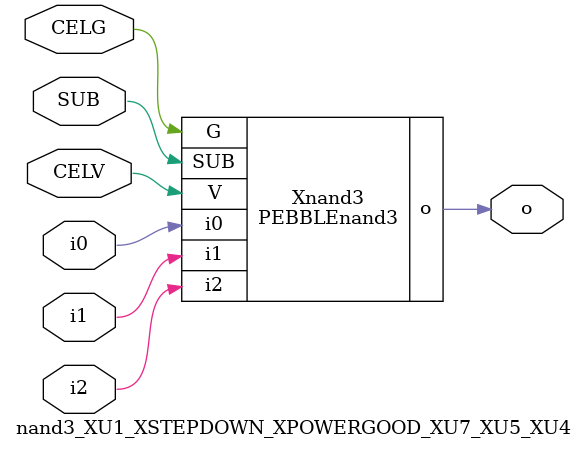
<source format=v>



module PEBBLEnand3 ( o, G, SUB, V, i0, i1, i2 );

  input i0;
  input V;
  input i2;
  input i1;
  input G;
  output o;
  input SUB;
endmodule

//Celera Confidential Do Not Copy nand3_XU1_XSTEPDOWN_XPOWERGOOD_XU7_XU5_XU4
//Celera Confidential Symbol Generator
//5V Inverter
module nand3_XU1_XSTEPDOWN_XPOWERGOOD_XU7_XU5_XU4 (CELV,CELG,i0,i1,i2,o,SUB);
input CELV;
input CELG;
input i0;
input i1;
input i2;
input SUB;
output o;

//Celera Confidential Do Not Copy nand3
PEBBLEnand3 Xnand3(
.V (CELV),
.i0 (i0),
.i1 (i1),
.i2 (i2),
.o (o),
.SUB (SUB),
.G (CELG)
);
//,diesize,PEBBLEnand3

//Celera Confidential Do Not Copy Module End
//Celera Schematic Generator
endmodule

</source>
